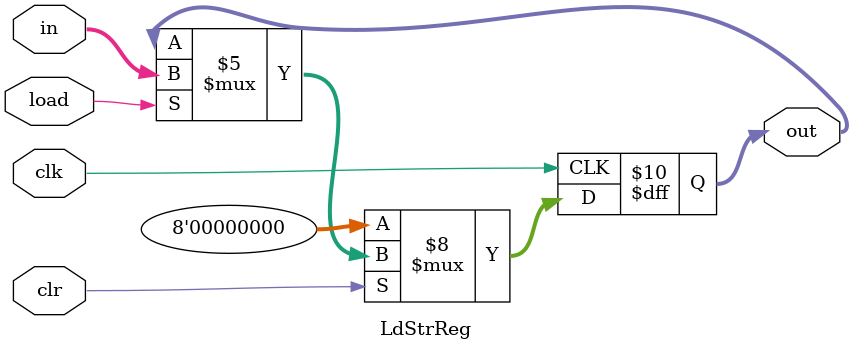
<source format=v>
`timescale 1ns / 1ps
module LdStrReg #(
    parameter n = 8) (
    input [n-1:0] in,
    input clr, clk, load,
    output reg [n-1:0] out);

    always @(posedge clk) begin
        // Active-low clr, has highest priority
        if(clr == 0) out <= 0;

        // Load/Store
        else begin
            // Store
            if(load == 0) out <= out;

            //Load
            else out <= in;
        end
    end
endmodule

</source>
